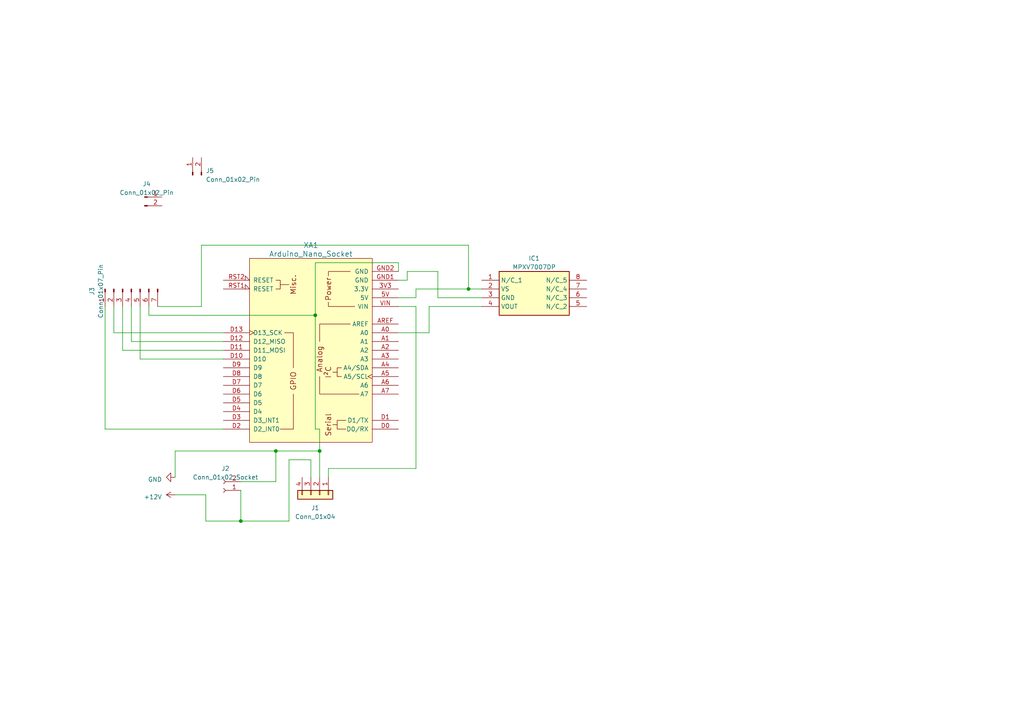
<source format=kicad_sch>
(kicad_sch (version 20230121) (generator eeschema)
  (paper "A4")
  (lib_symbols
    (symbol "Connector:Conn_01x02_Pin" (pin_names (offset 1.016) hide)
      (property "Reference" "J" (at 0 2.54 0))
      (property "Value" "Conn_01x02_Pin" (at 0 -5.08 0))
      (symbol "Conn_01x02_Pin_1_1"
        (polyline (pts (xy 1.27 -2.54) (xy 0.8636 -2.54)) (stroke (width 0.1524)))
        (polyline (pts (xy 1.27 0) (xy 0.8636 0)) (stroke (width 0.1524)))
        (rectangle (start 0.8636 -2.413) (end 0 -2.667) (stroke (width 0.1524)) (fill (type outline)))
        (rectangle (start 0.8636 0.127) (end 0 -0.127) (stroke (width 0.1524)) (fill (type outline)))
        (pin passive line (at 5.08 0 180) (length 3.81) (name "Pin_1") (number "1"))
        (pin passive line (at 5.08 -2.54 180) (length 3.81) (name "Pin_2") (number "2"))
      )
    )
    (symbol "Connector:Conn_01x02_Socket" (pin_names (offset 1.016) hide)
      (property "Reference" "J" (at 0 2.54 0))
      (property "Value" "Conn_01x02_Socket" (at 0 -5.08 0))
      (symbol "Conn_01x02_Socket_1_1"
        (arc (start 0 -2.032) (mid -0.5058 -2.54) (end 0 -3.048) (stroke (width 0.1524)))
        (polyline (pts (xy -1.27 -2.54) (xy -0.508 -2.54)) (stroke (width 0.1524)))
        (polyline (pts (xy -1.27 0) (xy -0.508 0)) (stroke (width 0.1524)))
        (arc (start 0 0.508) (mid -0.5058 0) (end 0 -0.508) (stroke (width 0.1524)))
        (pin passive line (at -5.08 0 0) (length 3.81) (name "Pin_1") (number "1"))
        (pin passive line (at -5.08 -2.54 0) (length 3.81) (name "Pin_2") (number "2"))
      )
    )
    (symbol "Connector:Conn_01x07_Pin" (pin_names (offset 1.016) hide)
      (property "Reference" "J" (at 0 10.16 0))
      (property "Value" "Conn_01x07_Pin" (at 0 -10.16 0))
      (symbol "Conn_01x07_Pin_1_1"
        (polyline (pts (xy 1.27 -7.62) (xy 0.8636 -7.62)) (stroke (width 0.1524)))
        (polyline (pts (xy 1.27 -5.08) (xy 0.8636 -5.08)) (stroke (width 0.1524)))
        (polyline (pts (xy 1.27 -2.54) (xy 0.8636 -2.54)) (stroke (width 0.1524)))
        (polyline (pts (xy 1.27 0) (xy 0.8636 0)) (stroke (width 0.1524)))
        (polyline (pts (xy 1.27 2.54) (xy 0.8636 2.54)) (stroke (width 0.1524)))
        (polyline (pts (xy 1.27 5.08) (xy 0.8636 5.08)) (stroke (width 0.1524)))
        (polyline (pts (xy 1.27 7.62) (xy 0.8636 7.62)) (stroke (width 0.1524)))
        (rectangle (start 0.8636 -7.493) (end 0 -7.747) (stroke (width 0.1524)) (fill (type outline)))
        (rectangle (start 0.8636 -4.953) (end 0 -5.207) (stroke (width 0.1524)) (fill (type outline)))
        (rectangle (start 0.8636 -2.413) (end 0 -2.667) (stroke (width 0.1524)) (fill (type outline)))
        (rectangle (start 0.8636 0.127) (end 0 -0.127) (stroke (width 0.1524)) (fill (type outline)))
        (rectangle (start 0.8636 2.667) (end 0 2.413) (stroke (width 0.1524)) (fill (type outline)))
        (rectangle (start 0.8636 5.207) (end 0 4.953) (stroke (width 0.1524)) (fill (type outline)))
        (rectangle (start 0.8636 7.747) (end 0 7.493) (stroke (width 0.1524)) (fill (type outline)))
        (pin passive line (at 5.08 7.62 180) (length 3.81) (name "Pin_1") (number "1"))
        (pin passive line (at 5.08 5.08 180) (length 3.81) (name "Pin_2") (number "2"))
        (pin passive line (at 5.08 2.54 180) (length 3.81) (name "Pin_3") (number "3"))
        (pin passive line (at 5.08 0 180) (length 3.81) (name "Pin_4") (number "4"))
        (pin passive line (at 5.08 -2.54 180) (length 3.81) (name "Pin_5") (number "5"))
        (pin passive line (at 5.08 -5.08 180) (length 3.81) (name "Pin_6") (number "6"))
        (pin passive line (at 5.08 -7.62 180) (length 3.81) (name "Pin_7") (number "7"))
      )
    )
    (symbol "Connector_Generic:Conn_01x04" (pin_names (offset 1.016) hide)
      (property "Reference" "J" (at 0 5.08 0))
      (property "Value" "Conn_01x04" (at 0 -7.62 0))
      (symbol "Conn_01x04_1_1"
        (rectangle (start -1.27 -4.953) (end 0 -5.207) (stroke (width 0.1524)))
        (rectangle (start -1.27 -2.413) (end 0 -2.667) (stroke (width 0.1524)))
        (rectangle (start -1.27 0.127) (end 0 -0.127) (stroke (width 0.1524)))
        (rectangle (start -1.27 2.667) (end 0 2.413) (stroke (width 0.1524)))
        (rectangle (start -1.27 3.81) (end 1.27 -6.35) (stroke (width 0.254)) (fill (type background)))
        (pin passive line (at -5.08 2.54 0) (length 3.81) (name "Pin_1") (number "1"))
        (pin passive line (at -5.08 0 0) (length 3.81) (name "Pin_2") (number "2"))
        (pin passive line (at -5.08 -2.54 0) (length 3.81) (name "Pin_3") (number "3"))
        (pin passive line (at -5.08 -5.08 0) (length 3.81) (name "Pin_4") (number "4"))
      )
    )
    (symbol "MPXV7007DP:MPXV7007DP"
      (property "Reference" "IC" (at 26.67 7.62 0))
      (property "Value" "MPXV7007DP" (at 26.67 5.08 0))
      (symbol "MPXV7007DP_1_1"
        (rectangle (start 5.08 2.54) (end 25.4 -10.16) (stroke (width 0.254)) (fill (type background)))
        (pin passive line (at 30.48 -7.62 180) (length 5.08) (name "N/C_1") (number "1"))
        (pin passive line (at 30.48 -5.08 180) (length 5.08) (name "VS") (number "2"))
        (pin passive line (at 30.48 -2.54 180) (length 5.08) (name "GND") (number "3"))
        (pin passive line (at 30.48 0 180) (length 5.08) (name "VOUT") (number "4"))
        (pin passive line (at 0 0 0) (length 5.08) (name "N/C_2") (number "5"))
        (pin passive line (at 0 -2.54 0) (length 5.08) (name "N/C_3") (number "6"))
        (pin passive line (at 0 -5.08 0) (length 5.08) (name "N/C_4") (number "7"))
        (pin passive line (at 0 -7.62 0) (length 5.08) (name "N/C_5") (number "8"))
      )
    )
    (symbol "arduino-library:Arduino_Nano_Socket" (pin_names (offset 1.016))
      (property "Reference" "XA" (at 0 33.02 0))
      (property "Value" "Arduino_Nano_Socket" (at 0 29.21 0))
      (symbol "Arduino_Nano_Socket_0_0"
        (rectangle (start -17.78 26.67) (end 17.78 -26.67) (fill (type background)))
        (polyline (pts (xy -7.62 6.35) (xy -6.35 6.35)))
        (polyline (pts (xy -7.62 21.59) (xy -6.35 21.59)))
        (polyline (pts (xy 8.89 -19.05) (xy 6.35 -19.05)))
        (polyline (pts (xy -11.43 -22.86) (xy -5.08 -22.86) (xy -5.08 -21.59)))
        (polyline (pts (xy -5.08 -13.97) (xy -5.08 -12.7) (xy -12.7 -12.7)))
        (polyline (pts (xy -10.16 22.86) (xy -7.62 22.86) (xy -7.62 20.32) (xy -10.16 20.32)))
        (polyline (pts (xy -8.89 7.62) (xy -7.62 7.62) (xy -7.62 5.08) (xy -8.89 5.08)))
        (text "Analog" (at -2.54 2.54 900) (effects (font (size 1.524 1.524))))
        (text "I²C" (at -5.08 6.35 900) (effects (font (size 1.524 1.524))))
        (text "Misc." (at 5.08 -19.05 900) (effects (font (size 1.524 1.524))))
        (text "Power" (at -5.08 -17.78 900) (effects (font (size 1.524 1.524))))
        (text "Serial" (at -5.08 21.59 900) (effects (font (size 1.524 1.524))))
      )
      (symbol "Arduino_Nano_Socket_0_1"
        (polyline (pts (xy -13.97 12.7) (xy -2.54 12.7) (xy -2.54 7.62)))
        (polyline (pts (xy -11.43 -7.62) (xy -2.54 -7.62) (xy -2.54 -2.54)))
        (polyline (pts (xy 7.62 -5.08) (xy 5.08 -5.08) (xy 5.08 5.08)))
        (polyline (pts (xy 8.89 22.86) (xy 5.08 22.86) (xy 5.08 12.7)))
        (polyline (pts (xy 10.16 -17.78) (xy 8.89 -17.78) (xy 8.89 -20.32) (xy 10.16 -20.32)))
      )
      (symbol "Arduino_Nano_Socket_1_0"
        (text "GPIO" (at 5.08 8.89 900) (effects (font (size 1.524 1.524))))
      )
      (symbol "Arduino_Nano_Socket_1_1"
        (pin power_out line (at -25.4 -17.78 0) (length 7.62) (name "3.3V") (number "3V3"))
        (pin power_in line (at -25.4 -15.24 0) (length 7.62) (name "5V") (number "5V"))
        (pin bidirectional line (at -25.4 -5.08 0) (length 7.62) (name "A0") (number "A0"))
        (pin bidirectional line (at -25.4 -2.54 0) (length 7.62) (name "A1") (number "A1"))
        (pin bidirectional line (at -25.4 0 0) (length 7.62) (name "A2") (number "A2"))
        (pin bidirectional line (at -25.4 2.54 0) (length 7.62) (name "A3") (number "A3"))
        (pin bidirectional line (at -25.4 5.08 0) (length 7.62) (name "A4/SDA") (number "A4"))
        (pin bidirectional clock (at -25.4 7.62 0) (length 7.62) (name "A5/SCL") (number "A5"))
        (pin input line (at -25.4 10.16 0) (length 7.62) (name "A6") (number "A6"))
        (pin input line (at -25.4 12.7 0) (length 7.62) (name "A7") (number "A7"))
        (pin input line (at -25.4 -7.62 0) (length 7.62) (name "AREF") (number "AREF"))
        (pin bidirectional line (at -25.4 22.86 0) (length 7.62) (name "D0/RX") (number "D0"))
        (pin bidirectional line (at -25.4 20.32 0) (length 7.62) (name "D1/TX") (number "D1"))
        (pin bidirectional line (at 25.4 2.54 180) (length 7.62) (name "D10") (number "D10"))
        (pin bidirectional line (at 25.4 0 180) (length 7.62) (name "D11_MOSI") (number "D11"))
        (pin bidirectional line (at 25.4 -2.54 180) (length 7.62) (name "D12_MISO") (number "D12"))
        (pin bidirectional clock (at 25.4 -5.08 180) (length 7.62) (name "D13_SCK") (number "D13"))
        (pin bidirectional line (at 25.4 22.86 180) (length 7.62) (name "D2_INT0") (number "D2"))
        (pin bidirectional line (at 25.4 20.32 180) (length 7.62) (name "D3_INT1") (number "D3"))
        (pin bidirectional line (at 25.4 17.78 180) (length 7.62) (name "D4") (number "D4"))
        (pin bidirectional line (at 25.4 15.24 180) (length 7.62) (name "D5") (number "D5"))
        (pin bidirectional line (at 25.4 12.7 180) (length 7.62) (name "D6") (number "D6"))
        (pin bidirectional line (at 25.4 10.16 180) (length 7.62) (name "D7") (number "D7"))
        (pin bidirectional line (at 25.4 7.62 180) (length 7.62) (name "D8") (number "D8"))
        (pin bidirectional line (at 25.4 5.08 180) (length 7.62) (name "D9") (number "D9"))
        (pin power_in line (at -25.4 -20.32 0) (length 7.62) (name "GND") (number "GND1"))
        (pin power_in line (at -25.4 -22.86 0) (length 7.62) (name "GND") (number "GND2"))
        (pin open_collector input_low (at 25.4 -17.78 180) (length 7.62) (name "RESET") (number "RST1"))
        (pin open_collector input_low (at 25.4 -20.32 180) (length 7.62) (name "RESET") (number "RST2"))
        (pin power_in line (at -25.4 -12.7 0) (length 7.62) (name "VIN") (number "VIN"))
      )
    )
    (symbol "power:+12V" (power) (pin_names (offset 0))
      (property "Value" "+12V" (at 0 3.556 0))
      (symbol "+12V_0_1"
        (polyline (pts (xy -0.762 1.27) (xy 0 2.54)))
        (polyline (pts (xy 0 0) (xy 0 2.54)))
        (polyline (pts (xy 0 2.54) (xy 0.762 1.27)))
      )
      (symbol "+12V_1_1"
        (pin power_in line (at 0 0 90) (length 0) hide (name "+12V") (number "1"))
      )
    )
    (symbol "power:GND" (power) (pin_names (offset 0))
      (property "Value" "GND" (at 0 -3.81 0))
      (symbol "GND_0_1"
        (polyline (pts (xy 0 0) (xy 0 -1.27) (xy 1.27 -1.27) (xy 0 -2.54) (xy -1.27 -1.27) (xy 0 -1.27)))
      )
      (symbol "GND_1_1"
        (pin power_in line (at 0 0 270) (length 0) hide (name "GND") (number "1"))
      )
    )
  )
  (junction (at 91.44 91.44))
  (junction (at 69.85 151.13))
  (junction (at 80.01 130.81))
  (junction (at 92.71 130.81))
  (junction (at 135.89 83.82))
  (wire (pts (xy 95.25 138.43) (xy 95.25 135.89)))
  (wire (pts (xy 115.57 81.28) (xy 118.11 81.28)))
  (wire (pts (xy 30.48 124.46) (xy 64.77 124.46)))
  (wire (pts (xy 92.71 124.46) (xy 91.44 124.46)))
  (wire (pts (xy 50.8 138.43) (xy 50.8 130.81)))
  (wire (pts (xy 120.65 83.82) (xy 135.89 83.82)))
  (wire (pts (xy 33.02 88.9) (xy 33.02 96.52)))
  (wire (pts (xy 83.82 133.35) (xy 83.82 151.13)))
  (wire (pts (xy 69.85 139.7) (xy 80.01 139.7)))
  (wire (pts (xy 50.8 130.81) (xy 80.01 130.81)))
  (wire (pts (xy 38.1 99.06) (xy 64.77 99.06)))
  (wire (pts (xy 40.64 104.14) (xy 64.77 104.14)))
  (wire (pts (xy 92.71 124.46) (xy 92.71 130.81)))
  (wire (pts (xy 115.57 76.2) (xy 115.57 78.74)))
  (wire (pts (xy 115.57 86.36) (xy 120.65 86.36)))
  (wire (pts (xy 58.42 71.12) (xy 135.89 71.12)))
  (wire (pts (xy 118.11 78.74) (xy 127 78.74)))
  (wire (pts (xy 35.56 88.9) (xy 35.56 101.6)))
  (wire (pts (xy 91.44 91.44) (xy 91.44 76.2)))
  (wire (pts (xy 124.46 88.9) (xy 139.7 88.9)))
  (wire (pts (xy 80.01 130.81) (xy 92.71 130.81)))
  (wire (pts (xy 35.56 101.6) (xy 64.77 101.6)))
  (wire (pts (xy 45.72 88.9) (xy 58.42 88.9)))
  (wire (pts (xy 95.25 135.89) (xy 120.65 135.89)))
  (wire (pts (xy 43.18 88.9) (xy 43.18 91.44)))
  (wire (pts (xy 115.57 96.52) (xy 124.46 96.52)))
  (wire (pts (xy 120.65 135.89) (xy 120.65 88.9)))
  (wire (pts (xy 59.69 151.13) (xy 69.85 151.13)))
  (wire (pts (xy 124.46 96.52) (xy 124.46 88.9)))
  (wire (pts (xy 50.8 143.51) (xy 59.69 143.51)))
  (wire (pts (xy 135.89 83.82) (xy 139.7 83.82)))
  (wire (pts (xy 135.89 71.12) (xy 135.89 83.82)))
  (wire (pts (xy 69.85 142.24) (xy 69.85 151.13)))
  (wire (pts (xy 83.82 133.35) (xy 90.17 133.35)))
  (wire (pts (xy 127 78.74) (xy 127 86.36)))
  (wire (pts (xy 91.44 76.2) (xy 115.57 76.2)))
  (wire (pts (xy 33.02 96.52) (xy 64.77 96.52)))
  (wire (pts (xy 80.01 139.7) (xy 80.01 130.81)))
  (wire (pts (xy 30.48 88.9) (xy 30.48 124.46)))
  (wire (pts (xy 120.65 86.36) (xy 120.65 83.82)))
  (wire (pts (xy 91.44 124.46) (xy 91.44 91.44)))
  (wire (pts (xy 92.71 130.81) (xy 92.71 138.43)))
  (wire (pts (xy 43.18 91.44) (xy 91.44 91.44)))
  (wire (pts (xy 40.64 88.9) (xy 40.64 104.14)))
  (wire (pts (xy 120.65 88.9) (xy 115.57 88.9)))
  (wire (pts (xy 118.11 81.28) (xy 118.11 78.74)))
  (wire (pts (xy 90.17 133.35) (xy 90.17 138.43)))
  (wire (pts (xy 58.42 88.9) (xy 58.42 71.12)))
  (wire (pts (xy 59.69 143.51) (xy 59.69 151.13)))
  (wire (pts (xy 127 86.36) (xy 139.7 86.36)))
  (wire (pts (xy 38.1 88.9) (xy 38.1 99.06)))
  (wire (pts (xy 69.85 151.13) (xy 83.82 151.13)))
  (symbol (lib_id "power:+12V") (at 50.8 143.51 90) (unit 1)
    (property "Reference" "#PWR02" (effects hide))
    (property "Value" "+12V" (at 46.99 144.145 90) (effects (justify left)))
  )
  (symbol (lib_id "Connector_Generic:Conn_01x04") (at 92.71 143.51 270) (unit 1)
    (property "Reference" "J1" (at 91.44 147.32 90))
    (property "Value" "Conn_01x04" (at 91.44 149.86 90))
    (property "Footprint" "Connector_PinSocket_2.54mm:PinSocket_1x04_P2.54mm_Vertical" (effects hide))
  )
  (symbol (lib_id "power:GND") (at 50.8 138.43 270) (unit 1)
    (property "Reference" "#PWR01" (effects hide))
    (property "Value" "GND" (at 46.99 139.065 90) (effects (justify right)))
  )
  (symbol (lib_id "arduino-library:Arduino_Nano_Socket") (at 90.17 101.6 180) (unit 1)
    (property "Reference" "XA1" (at 90.17 71.12 0) (effects (font (size 1.524 1.524))))
    (property "Value" "Arduino_Nano_Socket" (at 90.17 73.66 0) (effects (font (size 1.524 1.524))))
    (property "Footprint" "Library:Arduino_Nano_Socket" (effects hide))
    (property "Datasheet" "https://docs.arduino.cc/hardware/nano" (effects hide))
  )
  (symbol (lib_id "MPXV7007DP:MPXV7007DP") (at 170.18 88.9 180) (unit 1)
    (property "Reference" "IC1" (at 154.94 74.93 0))
    (property "Value" "MPXV7007DP" (at 154.94 77.47 0))
    (property "Footprint" "MPXV7007DP" (effects hide))
    (property "Datasheet" "http://www.nxp.com/docs/en/data-sheet/MPXV7007.pdf" (effects hide))
    (property "Height" "9.91" (effects hide))
    (property "Mouser Part Number" "841-MPXV7007DP" (effects hide))
    (property "Mouser Price/Stock" "https://www.mouser.co.uk/ProductDetail/NXP-Semiconductors/MPXV7007DP?qs=N2XN0KY4UWXVsMxgJ4sP%252Bg%3D%3D" (effects hide))
    (property "Manufacturer_Name" "NXP" (effects hide))
    (property "Manufacturer_Part_Number" "MPXV7007DP" (effects hide))
  )
  (symbol (lib_id "Connector:Conn_01x02_Socket") (at 64.77 142.24 180) (unit 1)
    (property "Reference" "J2" (at 65.405 135.89 0))
    (property "Value" "Conn_01x02_Socket" (at 65.405 138.43 0))
    (property "Footprint" "Connector_PinSocket_2.54mm:PinSocket_1x02_P2.54mm_Vertical" (effects hide))
  )
  (symbol (lib_id "Connector:Conn_01x02_Pin") (at 41.91 57.15 0) (unit 1)
    (property "Reference" "J4" (at 42.545 53.34 0))
    (property "Value" "Conn_01x02_Pin" (at 42.545 55.88 0))
    (property "Footprint" "Connector_PinHeader_2.54mm:PinHeader_1x02_P2.54mm_Vertical" (effects hide))
  )
  (symbol (lib_id "Connector:Conn_01x07_Pin") (at 38.1 83.82 90) (mirror x) (unit 1)
    (property "Reference" "J3" (at 26.67 84.455 0))
    (property "Value" "Conn_01x07_Pin" (at 29.21 84.455 0))
    (property "Footprint" "Library:PinHeader_1x07_P2.54mm_Vertical" (effects hide))
  )
  (symbol (lib_id "Connector:Conn_01x02_Pin") (at 55.88 50.8 90) (unit 1)
    (property "Reference" "J5" (at 59.69 49.53 90) (effects (justify right)))
    (property "Value" "Conn_01x02_Pin" (at 59.69 52.07 90) (effects (justify right)))
    (property "Footprint" "Connector_PinHeader_2.54mm:PinHeader_1x02_P2.54mm_Vertical" (effects hide))
  )
)
</source>
